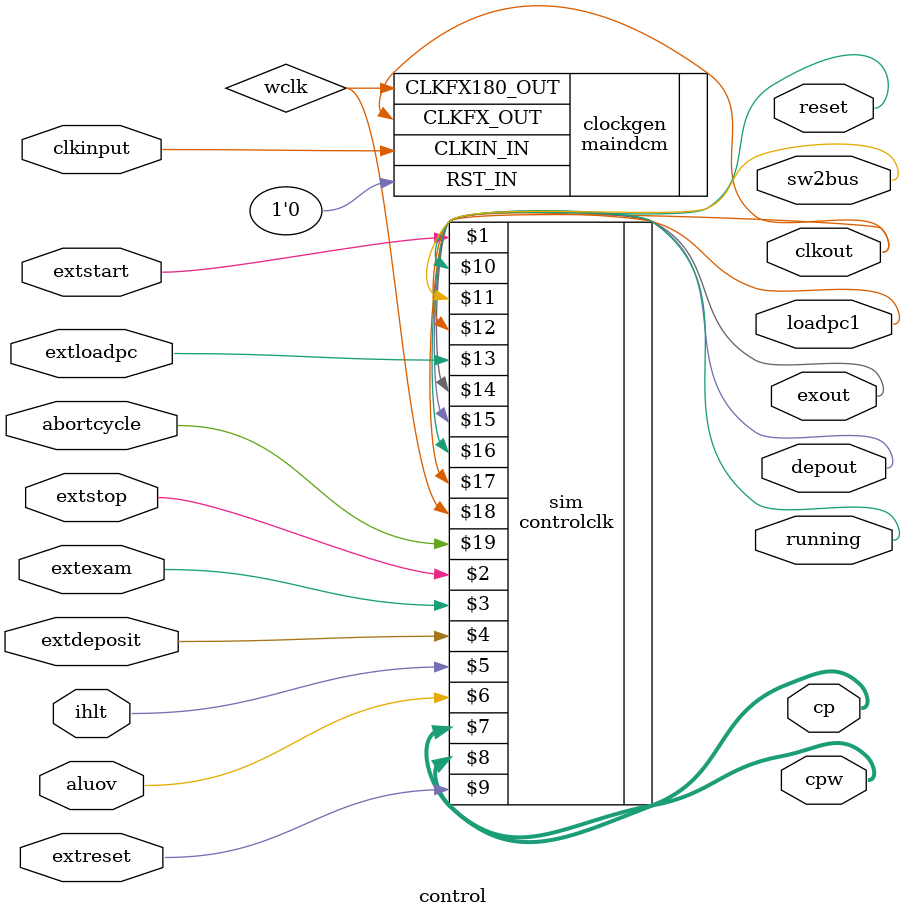
<source format=v>
/*
    This file is part of Blue8.

    Foobar is free software: you can redistribute it and/or modify
    it under the terms of the GNU Lesser General Public License as published by
    the Free Software Foundation, either version 3 of the License, or
    (at your option) any later version.

    Foobar is distributed in the hope that it will be useful,
    but WITHOUT ANY WARRANTY; without even the implied warranty of
    MERCHANTABILITY or FITNESS FOR A PARTICULAR PURPOSE.  See the
    GNU Lesser General Public License for more details.

    You should have received a copy of the GNU Lesser General Public License
    along with Blue8.  If not, see <http://www.gnu.org/licenses/>.

    Blue8 by Al Williams alw@al-williams.com
*/

`timescale 1ns / 1ps
`default_nettype none
//////////////////////////////////////////////////////////////////////////////////
// Company: 
// Engineer: 
// 
// Create Date:    00:37:29 10/08/2006 
// Design Name: 
// Module Name:    control1 
// Project Name: 
// Target Devices: 
// Tool versions: 
// Description: 
//
// Dependencies: 
//
// Revision: 
// Revision 0.01 - File Created
// Additional Comments: 
//
//////////////////////////////////////////////////////////////////////////////////

module control(input wire clkinput, input wire extstart, input wire extstop, input wire extexam, 
   input wire extdeposit, input wire ihlt, input wire aluov, output wire [8:1] cp,
	output wire [8:1] cpw, input wire extreset, output wire reset,
	output wire sw2bus, output wire loadpc1, input wire extloadpc, output wire exout, output wire depout,
	output wire running, output wire clkout, input wire abortcycle);
	wire wclk;
	controlclk sim(extstart,extstop,extexam,extdeposit,ihlt,aluov,cp,cpw,extreset,reset,
	sw2bus,loadpc1,extloadpc,exout,depout,running,clkout,wclk, abortcycle);

// Instantiate the DCM
maindcm clockgen (
    .CLKIN_IN(clkinput), 
    .RST_IN(1'b0), 
    .CLKFX_OUT(clkout), 
    .CLKFX180_OUT(wclk)
    );
endmodule

</source>
